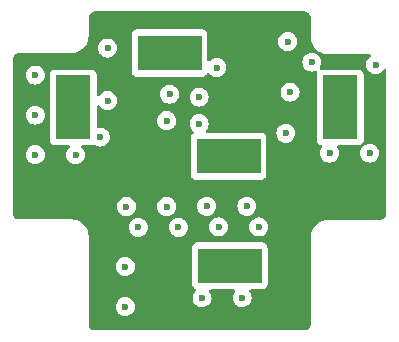
<source format=gbr>
%TF.GenerationSoftware,KiCad,Pcbnew,8.0.7*%
%TF.CreationDate,2025-04-20T01:00:06-04:00*%
%TF.ProjectId,2M_3F,324d5f33-462e-46b6-9963-61645f706362,rev?*%
%TF.SameCoordinates,Original*%
%TF.FileFunction,Copper,L2,Inr*%
%TF.FilePolarity,Positive*%
%FSLAX46Y46*%
G04 Gerber Fmt 4.6, Leading zero omitted, Abs format (unit mm)*
G04 Created by KiCad (PCBNEW 8.0.7) date 2025-04-20 01:00:06*
%MOMM*%
%LPD*%
G01*
G04 APERTURE LIST*
%TA.AperFunction,ComponentPad*%
%ADD10R,3.000000X5.400000*%
%TD*%
%TA.AperFunction,ComponentPad*%
%ADD11R,5.400000X3.000000*%
%TD*%
%TA.AperFunction,ViaPad*%
%ADD12C,0.600000*%
%TD*%
G04 APERTURE END LIST*
D10*
%TO.N,Net-(J1-Pin_1)*%
%TO.C,J1*%
X97344600Y-47653300D03*
D11*
%TO.N,GND*%
X102844600Y-47040800D03*
%TD*%
D10*
%TO.N,Net-(J1-Pin_1)*%
%TO.C,J4*%
X97250000Y-38375000D03*
D11*
%TO.N,GND*%
X102750000Y-37762500D03*
%TD*%
%TO.N,Net-(J1-Pin_1)*%
%TO.C,J3*%
X111587500Y-40125000D03*
D10*
%TO.N,GND*%
X112200000Y-33625000D03*
%TD*%
%TO.N,Net-(J1-Pin_1)*%
%TO.C,J5*%
X104250000Y-29637500D03*
D11*
%TO.N,GND*%
X97750000Y-29025000D03*
%TD*%
%TO.N,Net-(J1-Pin_1)*%
%TO.C,J2*%
X89000000Y-40125000D03*
D10*
%TO.N,GND*%
X89612500Y-33625000D03*
%TD*%
D12*
%TO.N,GND*%
X95100000Y-43775000D03*
X115200000Y-30000000D03*
X91887500Y-36137500D03*
X109800000Y-29800000D03*
X105300000Y-43750000D03*
X89787500Y-37637500D03*
X86387500Y-34287500D03*
X97500000Y-42025000D03*
X100250000Y-32750000D03*
X100900000Y-42000000D03*
X103900000Y-49750000D03*
X104300000Y-42000000D03*
X86387500Y-37637500D03*
X114700000Y-37500000D03*
X92500000Y-28600000D03*
X94100000Y-42025000D03*
X107750000Y-28050000D03*
X98500000Y-43775000D03*
X92500000Y-33050000D03*
X97500000Y-34750000D03*
X111300000Y-37500000D03*
X94000000Y-50500000D03*
X100250000Y-35000000D03*
X107950000Y-32325000D03*
X100500000Y-49750000D03*
X86387500Y-30887500D03*
X107600000Y-35825000D03*
X101900000Y-43750000D03*
X101750000Y-30250000D03*
X97750000Y-32500000D03*
X94000000Y-47100000D03*
%TO.N,Net-(J1-Pin_1)*%
X107800000Y-30625000D03*
X95800000Y-42025000D03*
X105600000Y-49750000D03*
X113000000Y-29800000D03*
X101750000Y-28550000D03*
X107600000Y-38025000D03*
X102500000Y-35000000D03*
X88087500Y-37637500D03*
X95250000Y-32250000D03*
X86387500Y-35987500D03*
X105350000Y-35000000D03*
X95000000Y-34750000D03*
X91487500Y-37637500D03*
X102600000Y-42000000D03*
X106000000Y-42000000D03*
X99200000Y-42025000D03*
X107750000Y-26350000D03*
X100200000Y-43775000D03*
X107600000Y-34225000D03*
X92500000Y-26900000D03*
X101950000Y-32750000D03*
X86387500Y-32587500D03*
X113000000Y-37500000D03*
X91887500Y-34437500D03*
X103600000Y-43750000D03*
X109600000Y-37500000D03*
X107450000Y-40250000D03*
X94000000Y-45400000D03*
X94000000Y-48800000D03*
X115200000Y-42000000D03*
X114950000Y-34500000D03*
X102200000Y-49750000D03*
X92500000Y-31350000D03*
X96800000Y-43775000D03*
%TD*%
%TA.AperFunction,Conductor*%
%TO.N,Net-(J1-Pin_1)*%
G36*
X109206922Y-25501280D02*
G01*
X109297266Y-25511459D01*
X109324331Y-25517636D01*
X109403540Y-25545352D01*
X109428553Y-25557398D01*
X109499606Y-25602043D01*
X109521313Y-25619355D01*
X109580644Y-25678686D01*
X109597957Y-25700395D01*
X109642600Y-25771444D01*
X109654648Y-25796462D01*
X109682362Y-25875666D01*
X109688540Y-25902735D01*
X109698720Y-25993076D01*
X109699500Y-26006961D01*
X109699500Y-27732317D01*
X109730044Y-27944764D01*
X109730047Y-27944774D01*
X109790517Y-28150715D01*
X109879672Y-28345938D01*
X109879679Y-28345951D01*
X109995720Y-28526514D01*
X110136275Y-28688724D01*
X110236753Y-28775788D01*
X110298487Y-28829281D01*
X110414831Y-28904050D01*
X110479048Y-28945320D01*
X110479061Y-28945327D01*
X110674284Y-29034482D01*
X110674288Y-29034483D01*
X110674290Y-29034484D01*
X110880231Y-29094954D01*
X110880232Y-29094954D01*
X110880235Y-29094955D01*
X110943584Y-29104062D01*
X111092682Y-29125500D01*
X111134108Y-29125500D01*
X114656737Y-29125500D01*
X114723776Y-29145185D01*
X114769531Y-29197989D01*
X114779475Y-29267147D01*
X114750450Y-29330703D01*
X114722710Y-29354492D01*
X114714023Y-29359951D01*
X114697737Y-29370184D01*
X114570184Y-29497737D01*
X114474211Y-29650476D01*
X114414631Y-29820745D01*
X114414630Y-29820750D01*
X114394435Y-29999996D01*
X114394435Y-30000003D01*
X114414630Y-30179249D01*
X114414631Y-30179254D01*
X114474211Y-30349523D01*
X114524662Y-30429815D01*
X114570184Y-30502262D01*
X114697738Y-30629816D01*
X114850478Y-30725789D01*
X114966841Y-30766506D01*
X115020745Y-30785368D01*
X115020750Y-30785369D01*
X115199996Y-30805565D01*
X115200000Y-30805565D01*
X115200004Y-30805565D01*
X115379249Y-30785369D01*
X115379252Y-30785368D01*
X115379255Y-30785368D01*
X115549522Y-30725789D01*
X115702262Y-30629816D01*
X115829816Y-30502262D01*
X115870506Y-30437503D01*
X115922841Y-30391213D01*
X115991894Y-30380565D01*
X116055743Y-30408940D01*
X116094115Y-30467330D01*
X116099500Y-30503476D01*
X116099500Y-42618038D01*
X116098720Y-42631923D01*
X116088540Y-42722264D01*
X116082362Y-42749333D01*
X116054648Y-42828537D01*
X116042600Y-42853555D01*
X115997957Y-42924604D01*
X115980644Y-42946313D01*
X115921313Y-43005644D01*
X115899604Y-43022957D01*
X115828555Y-43067600D01*
X115803537Y-43079648D01*
X115724333Y-43107362D01*
X115697264Y-43113540D01*
X115617075Y-43122576D01*
X115606921Y-43123720D01*
X115593038Y-43124500D01*
X111092682Y-43124500D01*
X110880235Y-43155044D01*
X110880225Y-43155047D01*
X110674284Y-43215517D01*
X110479061Y-43304672D01*
X110479048Y-43304679D01*
X110298485Y-43420720D01*
X110136275Y-43561275D01*
X109995720Y-43723485D01*
X109879679Y-43904048D01*
X109879672Y-43904061D01*
X109790517Y-44099284D01*
X109730047Y-44305225D01*
X109730044Y-44305235D01*
X109699500Y-44517682D01*
X109699500Y-51993038D01*
X109698720Y-52006923D01*
X109688540Y-52097264D01*
X109682362Y-52124333D01*
X109654648Y-52203537D01*
X109642600Y-52228555D01*
X109597957Y-52299604D01*
X109580644Y-52321313D01*
X109521313Y-52380644D01*
X109499604Y-52397957D01*
X109428555Y-52442600D01*
X109403537Y-52454648D01*
X109324333Y-52482362D01*
X109297264Y-52488540D01*
X109217075Y-52497576D01*
X109206921Y-52498720D01*
X109193038Y-52499500D01*
X91406962Y-52499500D01*
X91393078Y-52498720D01*
X91380553Y-52497308D01*
X91302735Y-52488540D01*
X91275666Y-52482362D01*
X91196462Y-52454648D01*
X91171444Y-52442600D01*
X91100395Y-52397957D01*
X91078686Y-52380644D01*
X91019355Y-52321313D01*
X91002042Y-52299604D01*
X90957399Y-52228555D01*
X90945351Y-52203537D01*
X90917637Y-52124333D01*
X90911459Y-52097263D01*
X90901280Y-52006922D01*
X90900500Y-51993038D01*
X90900500Y-50499996D01*
X93194435Y-50499996D01*
X93194435Y-50500003D01*
X93214630Y-50679249D01*
X93214631Y-50679254D01*
X93274211Y-50849523D01*
X93370184Y-51002262D01*
X93497738Y-51129816D01*
X93650478Y-51225789D01*
X93820745Y-51285368D01*
X93820750Y-51285369D01*
X93999996Y-51305565D01*
X94000000Y-51305565D01*
X94000004Y-51305565D01*
X94179249Y-51285369D01*
X94179252Y-51285368D01*
X94179255Y-51285368D01*
X94349522Y-51225789D01*
X94502262Y-51129816D01*
X94629816Y-51002262D01*
X94725789Y-50849522D01*
X94785368Y-50679255D01*
X94785369Y-50679249D01*
X94805565Y-50500003D01*
X94805565Y-50499996D01*
X94785369Y-50320750D01*
X94785368Y-50320745D01*
X94725788Y-50150476D01*
X94629815Y-49997737D01*
X94502262Y-49870184D01*
X94349523Y-49774211D01*
X94179254Y-49714631D01*
X94179249Y-49714630D01*
X94000004Y-49694435D01*
X93999996Y-49694435D01*
X93820750Y-49714630D01*
X93820745Y-49714631D01*
X93650476Y-49774211D01*
X93497737Y-49870184D01*
X93370184Y-49997737D01*
X93274211Y-50150476D01*
X93214631Y-50320745D01*
X93214630Y-50320750D01*
X93194435Y-50499996D01*
X90900500Y-50499996D01*
X90900500Y-47099996D01*
X93194435Y-47099996D01*
X93194435Y-47100003D01*
X93214630Y-47279249D01*
X93214631Y-47279254D01*
X93274211Y-47449523D01*
X93370184Y-47602262D01*
X93497738Y-47729816D01*
X93650478Y-47825789D01*
X93820745Y-47885368D01*
X93820750Y-47885369D01*
X93999996Y-47905565D01*
X94000000Y-47905565D01*
X94000004Y-47905565D01*
X94179249Y-47885369D01*
X94179252Y-47885368D01*
X94179255Y-47885368D01*
X94349522Y-47825789D01*
X94502262Y-47729816D01*
X94629816Y-47602262D01*
X94725789Y-47449522D01*
X94785368Y-47279255D01*
X94805565Y-47100000D01*
X94785368Y-46920745D01*
X94725789Y-46750478D01*
X94629816Y-46597738D01*
X94502262Y-46470184D01*
X94349523Y-46374211D01*
X94179254Y-46314631D01*
X94179249Y-46314630D01*
X94000004Y-46294435D01*
X93999996Y-46294435D01*
X93820750Y-46314630D01*
X93820745Y-46314631D01*
X93650476Y-46374211D01*
X93497737Y-46470184D01*
X93370184Y-46597737D01*
X93274211Y-46750476D01*
X93214631Y-46920745D01*
X93214630Y-46920750D01*
X93194435Y-47099996D01*
X90900500Y-47099996D01*
X90900500Y-45492935D01*
X99644100Y-45492935D01*
X99644100Y-48588670D01*
X99644101Y-48588676D01*
X99650508Y-48648283D01*
X99700802Y-48783128D01*
X99700806Y-48783135D01*
X99787052Y-48898344D01*
X99787055Y-48898347D01*
X99902262Y-48984592D01*
X99906332Y-48986814D01*
X99955740Y-49036217D01*
X99970594Y-49104490D01*
X99946180Y-49169955D01*
X99934592Y-49183330D01*
X99870183Y-49247739D01*
X99774211Y-49400476D01*
X99714631Y-49570745D01*
X99714630Y-49570750D01*
X99694435Y-49749996D01*
X99694435Y-49750003D01*
X99714630Y-49929249D01*
X99714631Y-49929254D01*
X99774211Y-50099523D01*
X99870184Y-50252262D01*
X99997738Y-50379816D01*
X100150478Y-50475789D01*
X100219678Y-50500003D01*
X100320745Y-50535368D01*
X100320750Y-50535369D01*
X100499996Y-50555565D01*
X100500000Y-50555565D01*
X100500004Y-50555565D01*
X100679249Y-50535369D01*
X100679252Y-50535368D01*
X100679255Y-50535368D01*
X100849522Y-50475789D01*
X101002262Y-50379816D01*
X101129816Y-50252262D01*
X101225789Y-50099522D01*
X101285368Y-49929255D01*
X101305565Y-49750000D01*
X101299304Y-49694435D01*
X101285369Y-49570750D01*
X101285368Y-49570745D01*
X101225788Y-49400476D01*
X101129816Y-49247738D01*
X101125727Y-49242611D01*
X101099319Y-49177924D01*
X101112076Y-49109229D01*
X101159947Y-49058336D01*
X101222675Y-49041299D01*
X103177325Y-49041299D01*
X103244364Y-49060984D01*
X103290119Y-49113788D01*
X103300063Y-49182946D01*
X103274273Y-49242611D01*
X103270183Y-49247738D01*
X103174211Y-49400476D01*
X103114631Y-49570745D01*
X103114630Y-49570750D01*
X103094435Y-49749996D01*
X103094435Y-49750003D01*
X103114630Y-49929249D01*
X103114631Y-49929254D01*
X103174211Y-50099523D01*
X103270184Y-50252262D01*
X103397738Y-50379816D01*
X103550478Y-50475789D01*
X103619678Y-50500003D01*
X103720745Y-50535368D01*
X103720750Y-50535369D01*
X103899996Y-50555565D01*
X103900000Y-50555565D01*
X103900004Y-50555565D01*
X104079249Y-50535369D01*
X104079252Y-50535368D01*
X104079255Y-50535368D01*
X104249522Y-50475789D01*
X104402262Y-50379816D01*
X104529816Y-50252262D01*
X104625789Y-50099522D01*
X104685368Y-49929255D01*
X104705565Y-49750000D01*
X104699304Y-49694435D01*
X104685369Y-49570750D01*
X104685368Y-49570745D01*
X104625788Y-49400476D01*
X104529816Y-49247738D01*
X104525727Y-49242611D01*
X104499319Y-49177924D01*
X104512076Y-49109229D01*
X104559947Y-49058336D01*
X104622675Y-49041299D01*
X105592471Y-49041299D01*
X105592472Y-49041299D01*
X105652083Y-49034891D01*
X105786931Y-48984596D01*
X105902146Y-48898346D01*
X105988396Y-48783131D01*
X106038691Y-48648283D01*
X106045100Y-48588673D01*
X106045099Y-45492928D01*
X106038691Y-45433317D01*
X105988396Y-45298469D01*
X105988395Y-45298468D01*
X105988393Y-45298464D01*
X105902147Y-45183255D01*
X105902144Y-45183252D01*
X105786935Y-45097006D01*
X105786928Y-45097002D01*
X105652082Y-45046708D01*
X105652083Y-45046708D01*
X105592483Y-45040301D01*
X105592481Y-45040300D01*
X105592473Y-45040300D01*
X105592464Y-45040300D01*
X100096729Y-45040300D01*
X100096723Y-45040301D01*
X100037116Y-45046708D01*
X99902271Y-45097002D01*
X99902264Y-45097006D01*
X99787055Y-45183252D01*
X99787052Y-45183255D01*
X99700806Y-45298464D01*
X99700802Y-45298471D01*
X99650508Y-45433317D01*
X99644101Y-45492916D01*
X99644101Y-45492923D01*
X99644100Y-45492935D01*
X90900500Y-45492935D01*
X90900500Y-44492683D01*
X90900500Y-44492682D01*
X90873549Y-44305235D01*
X90869955Y-44280235D01*
X90869952Y-44280225D01*
X90861742Y-44252262D01*
X90809484Y-44074290D01*
X90809483Y-44074288D01*
X90809482Y-44074284D01*
X90720327Y-43879061D01*
X90720320Y-43879048D01*
X90672270Y-43804281D01*
X90653450Y-43774996D01*
X94294435Y-43774996D01*
X94294435Y-43775003D01*
X94314630Y-43954249D01*
X94314631Y-43954254D01*
X94374211Y-44124523D01*
X94443299Y-44234475D01*
X94470184Y-44277262D01*
X94597738Y-44404816D01*
X94688080Y-44461582D01*
X94737575Y-44492682D01*
X94750478Y-44500789D01*
X94849299Y-44535368D01*
X94920745Y-44560368D01*
X94920750Y-44560369D01*
X95099996Y-44580565D01*
X95100000Y-44580565D01*
X95100004Y-44580565D01*
X95279249Y-44560369D01*
X95279252Y-44560368D01*
X95279255Y-44560368D01*
X95449522Y-44500789D01*
X95602262Y-44404816D01*
X95729816Y-44277262D01*
X95825789Y-44124522D01*
X95885368Y-43954255D01*
X95888185Y-43929254D01*
X95905565Y-43775003D01*
X95905565Y-43774996D01*
X97694435Y-43774996D01*
X97694435Y-43775003D01*
X97714630Y-43954249D01*
X97714631Y-43954254D01*
X97774211Y-44124523D01*
X97843299Y-44234475D01*
X97870184Y-44277262D01*
X97997738Y-44404816D01*
X98088080Y-44461582D01*
X98137575Y-44492682D01*
X98150478Y-44500789D01*
X98249299Y-44535368D01*
X98320745Y-44560368D01*
X98320750Y-44560369D01*
X98499996Y-44580565D01*
X98500000Y-44580565D01*
X98500004Y-44580565D01*
X98679249Y-44560369D01*
X98679252Y-44560368D01*
X98679255Y-44560368D01*
X98849522Y-44500789D01*
X99002262Y-44404816D01*
X99129816Y-44277262D01*
X99225789Y-44124522D01*
X99285368Y-43954255D01*
X99288185Y-43929254D01*
X99305565Y-43775003D01*
X99305565Y-43774996D01*
X99302748Y-43749996D01*
X101094435Y-43749996D01*
X101094435Y-43750003D01*
X101114630Y-43929249D01*
X101114631Y-43929254D01*
X101174211Y-44099523D01*
X101243299Y-44209475D01*
X101270184Y-44252262D01*
X101397738Y-44379816D01*
X101550478Y-44475789D01*
X101717144Y-44534108D01*
X101720745Y-44535368D01*
X101720750Y-44535369D01*
X101899996Y-44555565D01*
X101900000Y-44555565D01*
X101900004Y-44555565D01*
X102079249Y-44535369D01*
X102079252Y-44535368D01*
X102079255Y-44535368D01*
X102249522Y-44475789D01*
X102402262Y-44379816D01*
X102529816Y-44252262D01*
X102625789Y-44099522D01*
X102685368Y-43929255D01*
X102688208Y-43904048D01*
X102705565Y-43750003D01*
X102705565Y-43749996D01*
X104494435Y-43749996D01*
X104494435Y-43750003D01*
X104514630Y-43929249D01*
X104514631Y-43929254D01*
X104574211Y-44099523D01*
X104643299Y-44209475D01*
X104670184Y-44252262D01*
X104797738Y-44379816D01*
X104950478Y-44475789D01*
X105117144Y-44534108D01*
X105120745Y-44535368D01*
X105120750Y-44535369D01*
X105299996Y-44555565D01*
X105300000Y-44555565D01*
X105300004Y-44555565D01*
X105479249Y-44535369D01*
X105479252Y-44535368D01*
X105479255Y-44535368D01*
X105649522Y-44475789D01*
X105802262Y-44379816D01*
X105929816Y-44252262D01*
X106025789Y-44099522D01*
X106085368Y-43929255D01*
X106088208Y-43904048D01*
X106105565Y-43750003D01*
X106105565Y-43749996D01*
X106085369Y-43570750D01*
X106085368Y-43570745D01*
X106073306Y-43536275D01*
X106025789Y-43400478D01*
X106022799Y-43395720D01*
X105949881Y-43279672D01*
X105929816Y-43247738D01*
X105802262Y-43120184D01*
X105742069Y-43082362D01*
X105649523Y-43024211D01*
X105479254Y-42964631D01*
X105479249Y-42964630D01*
X105300004Y-42944435D01*
X105299996Y-42944435D01*
X105120750Y-42964630D01*
X105120745Y-42964631D01*
X104950476Y-43024211D01*
X104797737Y-43120184D01*
X104670184Y-43247737D01*
X104574211Y-43400476D01*
X104514631Y-43570745D01*
X104514630Y-43570750D01*
X104494435Y-43749996D01*
X102705565Y-43749996D01*
X102685369Y-43570750D01*
X102685368Y-43570745D01*
X102673306Y-43536275D01*
X102625789Y-43400478D01*
X102622799Y-43395720D01*
X102549881Y-43279672D01*
X102529816Y-43247738D01*
X102402262Y-43120184D01*
X102342069Y-43082362D01*
X102249523Y-43024211D01*
X102079254Y-42964631D01*
X102079249Y-42964630D01*
X101900004Y-42944435D01*
X101899996Y-42944435D01*
X101720750Y-42964630D01*
X101720745Y-42964631D01*
X101550476Y-43024211D01*
X101397737Y-43120184D01*
X101270184Y-43247737D01*
X101174211Y-43400476D01*
X101114631Y-43570745D01*
X101114630Y-43570750D01*
X101094435Y-43749996D01*
X99302748Y-43749996D01*
X99285369Y-43595750D01*
X99285368Y-43595745D01*
X99264559Y-43536276D01*
X99225789Y-43425478D01*
X99222799Y-43420720D01*
X99175818Y-43345950D01*
X99129816Y-43272738D01*
X99002262Y-43145184D01*
X98978167Y-43130044D01*
X98849523Y-43049211D01*
X98679254Y-42989631D01*
X98679249Y-42989630D01*
X98500004Y-42969435D01*
X98499996Y-42969435D01*
X98320750Y-42989630D01*
X98320745Y-42989631D01*
X98150476Y-43049211D01*
X97997737Y-43145184D01*
X97870184Y-43272737D01*
X97774211Y-43425476D01*
X97714631Y-43595745D01*
X97714630Y-43595750D01*
X97694435Y-43774996D01*
X95905565Y-43774996D01*
X95885369Y-43595750D01*
X95885368Y-43595745D01*
X95864559Y-43536276D01*
X95825789Y-43425478D01*
X95822799Y-43420720D01*
X95775818Y-43345950D01*
X95729816Y-43272738D01*
X95602262Y-43145184D01*
X95578167Y-43130044D01*
X95449523Y-43049211D01*
X95279254Y-42989631D01*
X95279249Y-42989630D01*
X95100004Y-42969435D01*
X95099996Y-42969435D01*
X94920750Y-42989630D01*
X94920745Y-42989631D01*
X94750476Y-43049211D01*
X94597737Y-43145184D01*
X94470184Y-43272737D01*
X94374211Y-43425476D01*
X94314631Y-43595745D01*
X94314630Y-43595750D01*
X94294435Y-43774996D01*
X90653450Y-43774996D01*
X90604281Y-43698487D01*
X90515259Y-43595750D01*
X90463724Y-43536275D01*
X90301514Y-43395720D01*
X90301513Y-43395719D01*
X90236991Y-43354253D01*
X90120951Y-43279679D01*
X90120938Y-43279672D01*
X89925715Y-43190517D01*
X89719774Y-43130047D01*
X89719764Y-43130044D01*
X89528754Y-43102582D01*
X89507318Y-43099500D01*
X89507317Y-43099500D01*
X85006962Y-43099500D01*
X84993078Y-43098720D01*
X84980553Y-43097308D01*
X84902735Y-43088540D01*
X84875666Y-43082362D01*
X84796462Y-43054648D01*
X84771444Y-43042600D01*
X84700395Y-42997957D01*
X84678686Y-42980644D01*
X84619355Y-42921313D01*
X84602042Y-42899604D01*
X84565674Y-42841725D01*
X84557398Y-42828553D01*
X84545351Y-42803537D01*
X84521771Y-42736149D01*
X84517636Y-42724331D01*
X84511459Y-42697263D01*
X84506676Y-42654816D01*
X84501280Y-42606922D01*
X84500500Y-42593038D01*
X84500500Y-42024996D01*
X93294435Y-42024996D01*
X93294435Y-42025003D01*
X93314630Y-42204249D01*
X93314631Y-42204254D01*
X93374211Y-42374523D01*
X93454475Y-42502262D01*
X93470184Y-42527262D01*
X93597738Y-42654816D01*
X93665292Y-42697263D01*
X93748160Y-42749333D01*
X93750478Y-42750789D01*
X93849299Y-42785368D01*
X93920745Y-42810368D01*
X93920750Y-42810369D01*
X94099996Y-42830565D01*
X94100000Y-42830565D01*
X94100004Y-42830565D01*
X94279249Y-42810369D01*
X94279252Y-42810368D01*
X94279255Y-42810368D01*
X94449522Y-42750789D01*
X94602262Y-42654816D01*
X94729816Y-42527262D01*
X94825789Y-42374522D01*
X94885368Y-42204255D01*
X94888185Y-42179254D01*
X94905565Y-42025003D01*
X94905565Y-42024996D01*
X96694435Y-42024996D01*
X96694435Y-42025003D01*
X96714630Y-42204249D01*
X96714631Y-42204254D01*
X96774211Y-42374523D01*
X96854475Y-42502262D01*
X96870184Y-42527262D01*
X96997738Y-42654816D01*
X97065292Y-42697263D01*
X97148160Y-42749333D01*
X97150478Y-42750789D01*
X97249299Y-42785368D01*
X97320745Y-42810368D01*
X97320750Y-42810369D01*
X97499996Y-42830565D01*
X97500000Y-42830565D01*
X97500004Y-42830565D01*
X97679249Y-42810369D01*
X97679252Y-42810368D01*
X97679255Y-42810368D01*
X97849522Y-42750789D01*
X98002262Y-42654816D01*
X98129816Y-42527262D01*
X98225789Y-42374522D01*
X98285368Y-42204255D01*
X98288185Y-42179254D01*
X98305565Y-42025003D01*
X98305565Y-42024996D01*
X98302748Y-41999996D01*
X100094435Y-41999996D01*
X100094435Y-42000003D01*
X100114630Y-42179249D01*
X100114631Y-42179254D01*
X100174211Y-42349523D01*
X100189920Y-42374523D01*
X100270184Y-42502262D01*
X100397738Y-42629816D01*
X100488080Y-42686582D01*
X100548160Y-42724333D01*
X100550478Y-42725789D01*
X100621924Y-42750789D01*
X100720745Y-42785368D01*
X100720750Y-42785369D01*
X100899996Y-42805565D01*
X100900000Y-42805565D01*
X100900004Y-42805565D01*
X101079249Y-42785369D01*
X101079252Y-42785368D01*
X101079255Y-42785368D01*
X101249522Y-42725789D01*
X101402262Y-42629816D01*
X101529816Y-42502262D01*
X101625789Y-42349522D01*
X101685368Y-42179255D01*
X101702748Y-42025003D01*
X101705565Y-42000003D01*
X101705565Y-41999996D01*
X103494435Y-41999996D01*
X103494435Y-42000003D01*
X103514630Y-42179249D01*
X103514631Y-42179254D01*
X103574211Y-42349523D01*
X103589920Y-42374523D01*
X103670184Y-42502262D01*
X103797738Y-42629816D01*
X103888080Y-42686582D01*
X103948160Y-42724333D01*
X103950478Y-42725789D01*
X104021924Y-42750789D01*
X104120745Y-42785368D01*
X104120750Y-42785369D01*
X104299996Y-42805565D01*
X104300000Y-42805565D01*
X104300004Y-42805565D01*
X104479249Y-42785369D01*
X104479252Y-42785368D01*
X104479255Y-42785368D01*
X104649522Y-42725789D01*
X104802262Y-42629816D01*
X104929816Y-42502262D01*
X105025789Y-42349522D01*
X105085368Y-42179255D01*
X105102748Y-42025003D01*
X105105565Y-42000003D01*
X105105565Y-41999996D01*
X105085369Y-41820750D01*
X105085368Y-41820745D01*
X105025788Y-41650476D01*
X104986582Y-41588080D01*
X104929816Y-41497738D01*
X104802262Y-41370184D01*
X104649523Y-41274211D01*
X104479254Y-41214631D01*
X104479249Y-41214630D01*
X104300004Y-41194435D01*
X104299996Y-41194435D01*
X104120750Y-41214630D01*
X104120745Y-41214631D01*
X103950476Y-41274211D01*
X103797737Y-41370184D01*
X103670184Y-41497737D01*
X103574211Y-41650476D01*
X103514631Y-41820745D01*
X103514630Y-41820750D01*
X103494435Y-41999996D01*
X101705565Y-41999996D01*
X101685369Y-41820750D01*
X101685368Y-41820745D01*
X101625788Y-41650476D01*
X101586582Y-41588080D01*
X101529816Y-41497738D01*
X101402262Y-41370184D01*
X101249523Y-41274211D01*
X101079254Y-41214631D01*
X101079249Y-41214630D01*
X100900004Y-41194435D01*
X100899996Y-41194435D01*
X100720750Y-41214630D01*
X100720745Y-41214631D01*
X100550476Y-41274211D01*
X100397737Y-41370184D01*
X100270184Y-41497737D01*
X100174211Y-41650476D01*
X100114631Y-41820745D01*
X100114630Y-41820750D01*
X100094435Y-41999996D01*
X98302748Y-41999996D01*
X98285369Y-41845750D01*
X98285368Y-41845745D01*
X98225788Y-41675476D01*
X98129815Y-41522737D01*
X98002262Y-41395184D01*
X97849523Y-41299211D01*
X97679254Y-41239631D01*
X97679249Y-41239630D01*
X97500004Y-41219435D01*
X97499996Y-41219435D01*
X97320750Y-41239630D01*
X97320745Y-41239631D01*
X97150476Y-41299211D01*
X96997737Y-41395184D01*
X96870184Y-41522737D01*
X96774211Y-41675476D01*
X96714631Y-41845745D01*
X96714630Y-41845750D01*
X96694435Y-42024996D01*
X94905565Y-42024996D01*
X94885369Y-41845750D01*
X94885368Y-41845745D01*
X94825788Y-41675476D01*
X94729815Y-41522737D01*
X94602262Y-41395184D01*
X94449523Y-41299211D01*
X94279254Y-41239631D01*
X94279249Y-41239630D01*
X94100004Y-41219435D01*
X94099996Y-41219435D01*
X93920750Y-41239630D01*
X93920745Y-41239631D01*
X93750476Y-41299211D01*
X93597737Y-41395184D01*
X93470184Y-41522737D01*
X93374211Y-41675476D01*
X93314631Y-41845745D01*
X93314630Y-41845750D01*
X93294435Y-42024996D01*
X84500500Y-42024996D01*
X84500500Y-37637496D01*
X85581935Y-37637496D01*
X85581935Y-37637503D01*
X85602130Y-37816749D01*
X85602131Y-37816754D01*
X85661711Y-37987023D01*
X85757684Y-38139762D01*
X85885238Y-38267316D01*
X86037978Y-38363289D01*
X86208245Y-38422868D01*
X86208250Y-38422869D01*
X86387496Y-38443065D01*
X86387500Y-38443065D01*
X86387504Y-38443065D01*
X86566749Y-38422869D01*
X86566752Y-38422868D01*
X86566755Y-38422868D01*
X86737022Y-38363289D01*
X86889762Y-38267316D01*
X87017316Y-38139762D01*
X87113289Y-37987022D01*
X87172868Y-37816755D01*
X87172869Y-37816749D01*
X87193065Y-37637503D01*
X87193065Y-37637496D01*
X87172869Y-37458250D01*
X87172868Y-37458245D01*
X87124756Y-37320750D01*
X87113289Y-37287978D01*
X87017316Y-37135238D01*
X86889762Y-37007684D01*
X86873933Y-36997738D01*
X86737023Y-36911711D01*
X86566754Y-36852131D01*
X86566749Y-36852130D01*
X86387504Y-36831935D01*
X86387496Y-36831935D01*
X86208250Y-36852130D01*
X86208245Y-36852131D01*
X86037976Y-36911711D01*
X85885237Y-37007684D01*
X85757684Y-37135237D01*
X85661711Y-37287976D01*
X85602131Y-37458245D01*
X85602130Y-37458250D01*
X85581935Y-37637496D01*
X84500500Y-37637496D01*
X84500500Y-34287496D01*
X85581935Y-34287496D01*
X85581935Y-34287503D01*
X85602130Y-34466749D01*
X85602131Y-34466754D01*
X85661711Y-34637023D01*
X85732697Y-34749996D01*
X85757684Y-34789762D01*
X85885238Y-34917316D01*
X85904239Y-34929255D01*
X86016828Y-35000000D01*
X86037978Y-35013289D01*
X86113262Y-35039632D01*
X86208245Y-35072868D01*
X86208250Y-35072869D01*
X86387496Y-35093065D01*
X86387500Y-35093065D01*
X86387504Y-35093065D01*
X86566749Y-35072869D01*
X86566752Y-35072868D01*
X86566755Y-35072868D01*
X86737022Y-35013289D01*
X86889762Y-34917316D01*
X87017316Y-34789762D01*
X87113289Y-34637022D01*
X87172868Y-34466755D01*
X87193065Y-34287500D01*
X87182579Y-34194435D01*
X87172869Y-34108250D01*
X87172868Y-34108245D01*
X87143463Y-34024211D01*
X87113289Y-33937978D01*
X87017316Y-33785238D01*
X86889762Y-33657684D01*
X86737023Y-33561711D01*
X86566754Y-33502131D01*
X86566749Y-33502130D01*
X86387504Y-33481935D01*
X86387496Y-33481935D01*
X86208250Y-33502130D01*
X86208245Y-33502131D01*
X86037976Y-33561711D01*
X85885237Y-33657684D01*
X85757684Y-33785237D01*
X85661711Y-33937976D01*
X85602131Y-34108245D01*
X85602130Y-34108250D01*
X85581935Y-34287496D01*
X84500500Y-34287496D01*
X84500500Y-30887496D01*
X85581935Y-30887496D01*
X85581935Y-30887503D01*
X85602130Y-31066749D01*
X85602131Y-31066754D01*
X85661711Y-31237023D01*
X85757684Y-31389762D01*
X85885238Y-31517316D01*
X86037978Y-31613289D01*
X86208245Y-31672868D01*
X86208250Y-31672869D01*
X86387496Y-31693065D01*
X86387500Y-31693065D01*
X86387504Y-31693065D01*
X86566749Y-31672869D01*
X86566752Y-31672868D01*
X86566755Y-31672868D01*
X86737022Y-31613289D01*
X86889762Y-31517316D01*
X87017316Y-31389762D01*
X87113289Y-31237022D01*
X87172868Y-31066755D01*
X87174129Y-31055565D01*
X87193065Y-30887503D01*
X87193065Y-30887496D01*
X87191898Y-30877135D01*
X87612000Y-30877135D01*
X87612000Y-36372870D01*
X87612001Y-36372876D01*
X87618408Y-36432483D01*
X87668702Y-36567328D01*
X87668706Y-36567335D01*
X87754952Y-36682544D01*
X87754955Y-36682547D01*
X87870164Y-36768793D01*
X87870171Y-36768797D01*
X88005017Y-36819091D01*
X88005016Y-36819091D01*
X88011944Y-36819835D01*
X88064627Y-36825500D01*
X89168062Y-36825499D01*
X89235099Y-36845184D01*
X89280854Y-36897987D01*
X89290798Y-36967146D01*
X89261773Y-37030702D01*
X89255742Y-37037180D01*
X89157683Y-37135239D01*
X89061711Y-37287976D01*
X89002131Y-37458245D01*
X89002130Y-37458250D01*
X88981935Y-37637496D01*
X88981935Y-37637503D01*
X89002130Y-37816749D01*
X89002131Y-37816754D01*
X89061711Y-37987023D01*
X89157684Y-38139762D01*
X89285238Y-38267316D01*
X89437978Y-38363289D01*
X89608245Y-38422868D01*
X89608250Y-38422869D01*
X89787496Y-38443065D01*
X89787500Y-38443065D01*
X89787504Y-38443065D01*
X89966749Y-38422869D01*
X89966752Y-38422868D01*
X89966755Y-38422868D01*
X90137022Y-38363289D01*
X90289762Y-38267316D01*
X90417316Y-38139762D01*
X90513289Y-37987022D01*
X90572868Y-37816755D01*
X90572869Y-37816749D01*
X90593065Y-37637503D01*
X90593065Y-37637496D01*
X90572869Y-37458250D01*
X90572868Y-37458245D01*
X90524756Y-37320750D01*
X90513289Y-37287978D01*
X90417316Y-37135238D01*
X90319258Y-37037180D01*
X90285773Y-36975857D01*
X90290757Y-36906165D01*
X90332629Y-36850232D01*
X90398093Y-36825815D01*
X90406932Y-36825499D01*
X91160372Y-36825499D01*
X91219983Y-36819091D01*
X91317973Y-36782542D01*
X91387663Y-36777559D01*
X91427277Y-36793731D01*
X91521375Y-36852857D01*
X91537978Y-36863289D01*
X91660511Y-36906165D01*
X91708245Y-36922868D01*
X91708250Y-36922869D01*
X91887496Y-36943065D01*
X91887500Y-36943065D01*
X91887504Y-36943065D01*
X92066749Y-36922869D01*
X92066752Y-36922868D01*
X92066755Y-36922868D01*
X92237022Y-36863289D01*
X92389762Y-36767316D01*
X92517316Y-36639762D01*
X92613289Y-36487022D01*
X92672868Y-36316755D01*
X92684375Y-36214627D01*
X92693065Y-36137503D01*
X92693065Y-36137496D01*
X92672869Y-35958250D01*
X92672868Y-35958245D01*
X92654220Y-35904952D01*
X92613289Y-35787978D01*
X92600992Y-35768408D01*
X92523918Y-35645745D01*
X92517316Y-35635238D01*
X92389762Y-35507684D01*
X92381133Y-35502262D01*
X92237023Y-35411711D01*
X92066754Y-35352131D01*
X92066749Y-35352130D01*
X91887504Y-35331935D01*
X91887496Y-35331935D01*
X91750882Y-35347327D01*
X91682060Y-35335272D01*
X91630681Y-35287923D01*
X91612999Y-35224107D01*
X91612999Y-34749996D01*
X96694435Y-34749996D01*
X96694435Y-34750003D01*
X96714630Y-34929249D01*
X96714631Y-34929254D01*
X96774211Y-35099523D01*
X96834319Y-35195184D01*
X96870184Y-35252262D01*
X96997738Y-35379816D01*
X97006719Y-35385459D01*
X97149979Y-35475476D01*
X97150478Y-35475789D01*
X97241629Y-35507684D01*
X97320745Y-35535368D01*
X97320750Y-35535369D01*
X97499996Y-35555565D01*
X97500000Y-35555565D01*
X97500004Y-35555565D01*
X97679249Y-35535369D01*
X97679252Y-35535368D01*
X97679255Y-35535368D01*
X97849522Y-35475789D01*
X98002262Y-35379816D01*
X98129816Y-35252262D01*
X98225789Y-35099522D01*
X98260615Y-34999996D01*
X99444435Y-34999996D01*
X99444435Y-35000003D01*
X99464630Y-35179249D01*
X99464631Y-35179254D01*
X99524211Y-35349523D01*
X99620184Y-35502262D01*
X99747737Y-35629815D01*
X99747740Y-35629817D01*
X99764623Y-35640426D01*
X99810914Y-35692761D01*
X99821561Y-35761815D01*
X99793185Y-35825663D01*
X99772962Y-35844685D01*
X99692452Y-35904955D01*
X99606206Y-36020164D01*
X99606202Y-36020171D01*
X99555908Y-36155017D01*
X99549501Y-36214616D01*
X99549501Y-36214623D01*
X99549500Y-36214635D01*
X99549500Y-39310370D01*
X99549501Y-39310376D01*
X99555908Y-39369983D01*
X99606202Y-39504828D01*
X99606206Y-39504835D01*
X99692452Y-39620044D01*
X99692455Y-39620047D01*
X99807664Y-39706293D01*
X99807671Y-39706297D01*
X99942517Y-39756591D01*
X99942516Y-39756591D01*
X99949444Y-39757335D01*
X100002127Y-39763000D01*
X105497872Y-39762999D01*
X105557483Y-39756591D01*
X105692331Y-39706296D01*
X105807546Y-39620046D01*
X105893796Y-39504831D01*
X105944091Y-39369983D01*
X105950500Y-39310373D01*
X105950499Y-36214628D01*
X105944091Y-36155017D01*
X105893796Y-36020169D01*
X105893795Y-36020168D01*
X105893793Y-36020164D01*
X105807547Y-35904955D01*
X105807544Y-35904952D01*
X105700737Y-35824996D01*
X106794435Y-35824996D01*
X106794435Y-35825003D01*
X106814630Y-36004249D01*
X106814631Y-36004254D01*
X106874211Y-36174523D01*
X106963578Y-36316749D01*
X106970184Y-36327262D01*
X107097738Y-36454816D01*
X107250478Y-36550789D01*
X107297764Y-36567335D01*
X107420745Y-36610368D01*
X107420750Y-36610369D01*
X107599996Y-36630565D01*
X107600000Y-36630565D01*
X107600004Y-36630565D01*
X107779249Y-36610369D01*
X107779252Y-36610368D01*
X107779255Y-36610368D01*
X107949522Y-36550789D01*
X108102262Y-36454816D01*
X108229816Y-36327262D01*
X108325789Y-36174522D01*
X108385368Y-36004255D01*
X108385369Y-36004249D01*
X108405565Y-35825003D01*
X108405565Y-35824996D01*
X108385369Y-35645750D01*
X108385368Y-35645745D01*
X108354244Y-35556797D01*
X108325789Y-35475478D01*
X108229816Y-35322738D01*
X108102262Y-35195184D01*
X108076902Y-35179249D01*
X107949523Y-35099211D01*
X107779254Y-35039631D01*
X107779249Y-35039630D01*
X107600004Y-35019435D01*
X107599996Y-35019435D01*
X107420750Y-35039630D01*
X107420745Y-35039631D01*
X107250476Y-35099211D01*
X107097737Y-35195184D01*
X106970184Y-35322737D01*
X106874211Y-35475476D01*
X106814631Y-35645745D01*
X106814630Y-35645750D01*
X106794435Y-35824996D01*
X105700737Y-35824996D01*
X105692335Y-35818706D01*
X105692328Y-35818702D01*
X105557482Y-35768408D01*
X105557483Y-35768408D01*
X105497883Y-35762001D01*
X105497881Y-35762000D01*
X105497873Y-35762000D01*
X105497865Y-35762000D01*
X100919440Y-35762000D01*
X100852401Y-35742315D01*
X100806646Y-35689511D01*
X100796702Y-35620353D01*
X100825727Y-35556797D01*
X100831759Y-35550319D01*
X100846710Y-35535368D01*
X100879816Y-35502262D01*
X100975789Y-35349522D01*
X101035368Y-35179255D01*
X101044387Y-35099211D01*
X101055565Y-35000003D01*
X101055565Y-34999996D01*
X101035369Y-34820750D01*
X101035368Y-34820745D01*
X100975788Y-34650476D01*
X100936582Y-34588080D01*
X100879816Y-34497738D01*
X100752262Y-34370184D01*
X100599523Y-34274211D01*
X100429254Y-34214631D01*
X100429249Y-34214630D01*
X100250004Y-34194435D01*
X100249996Y-34194435D01*
X100070750Y-34214630D01*
X100070745Y-34214631D01*
X99900476Y-34274211D01*
X99747737Y-34370184D01*
X99620184Y-34497737D01*
X99524211Y-34650476D01*
X99464631Y-34820745D01*
X99464630Y-34820750D01*
X99444435Y-34999996D01*
X98260615Y-34999996D01*
X98285368Y-34929255D01*
X98285369Y-34929249D01*
X98305565Y-34750003D01*
X98305565Y-34749996D01*
X98285369Y-34570750D01*
X98285368Y-34570745D01*
X98225788Y-34400476D01*
X98154800Y-34287500D01*
X98129816Y-34247738D01*
X98002262Y-34120184D01*
X97983261Y-34108245D01*
X97849523Y-34024211D01*
X97679254Y-33964631D01*
X97679249Y-33964630D01*
X97500004Y-33944435D01*
X97499996Y-33944435D01*
X97320750Y-33964630D01*
X97320745Y-33964631D01*
X97150476Y-34024211D01*
X96997737Y-34120184D01*
X96870184Y-34247737D01*
X96774211Y-34400476D01*
X96714631Y-34570745D01*
X96714630Y-34570750D01*
X96694435Y-34749996D01*
X91612999Y-34749996D01*
X91612999Y-33573368D01*
X91632684Y-33506329D01*
X91685488Y-33460574D01*
X91754646Y-33450630D01*
X91818202Y-33479655D01*
X91841992Y-33507395D01*
X91870184Y-33552262D01*
X91997738Y-33679816D01*
X92150478Y-33775789D01*
X92177482Y-33785238D01*
X92320745Y-33835368D01*
X92320750Y-33835369D01*
X92499996Y-33855565D01*
X92500000Y-33855565D01*
X92500004Y-33855565D01*
X92679249Y-33835369D01*
X92679252Y-33835368D01*
X92679255Y-33835368D01*
X92849522Y-33775789D01*
X93002262Y-33679816D01*
X93129816Y-33552262D01*
X93225789Y-33399522D01*
X93285368Y-33229255D01*
X93298763Y-33110369D01*
X93305565Y-33050003D01*
X93305565Y-33049996D01*
X93285369Y-32870750D01*
X93285368Y-32870745D01*
X93270153Y-32827262D01*
X93225789Y-32700478D01*
X93209480Y-32674523D01*
X93129815Y-32547737D01*
X93082074Y-32499996D01*
X96944435Y-32499996D01*
X96944435Y-32500003D01*
X96964630Y-32679249D01*
X96964631Y-32679254D01*
X97024211Y-32849523D01*
X97120184Y-33002262D01*
X97247738Y-33129816D01*
X97400478Y-33225789D01*
X97570745Y-33285368D01*
X97570750Y-33285369D01*
X97749996Y-33305565D01*
X97750000Y-33305565D01*
X97750004Y-33305565D01*
X97929249Y-33285369D01*
X97929252Y-33285368D01*
X97929255Y-33285368D01*
X98099522Y-33225789D01*
X98252262Y-33129816D01*
X98379816Y-33002262D01*
X98475789Y-32849522D01*
X98510615Y-32749996D01*
X99444435Y-32749996D01*
X99444435Y-32750003D01*
X99464630Y-32929249D01*
X99464631Y-32929254D01*
X99524211Y-33099523D01*
X99603549Y-33225788D01*
X99620184Y-33252262D01*
X99747738Y-33379816D01*
X99900478Y-33475789D01*
X99990806Y-33507396D01*
X100070745Y-33535368D01*
X100070750Y-33535369D01*
X100249996Y-33555565D01*
X100250000Y-33555565D01*
X100250004Y-33555565D01*
X100429249Y-33535369D01*
X100429252Y-33535368D01*
X100429255Y-33535368D01*
X100599522Y-33475789D01*
X100752262Y-33379816D01*
X100879816Y-33252262D01*
X100975789Y-33099522D01*
X101035368Y-32929255D01*
X101041960Y-32870750D01*
X101055565Y-32750003D01*
X101055565Y-32749996D01*
X101035369Y-32570750D01*
X101035368Y-32570745D01*
X101027318Y-32547740D01*
X100975789Y-32400478D01*
X100928360Y-32324996D01*
X107144435Y-32324996D01*
X107144435Y-32325003D01*
X107164630Y-32504249D01*
X107164631Y-32504254D01*
X107224211Y-32674523D01*
X107271637Y-32750000D01*
X107320184Y-32827262D01*
X107447738Y-32954816D01*
X107600478Y-33050789D01*
X107739749Y-33099522D01*
X107770745Y-33110368D01*
X107770750Y-33110369D01*
X107949996Y-33130565D01*
X107950000Y-33130565D01*
X107950004Y-33130565D01*
X108129249Y-33110369D01*
X108129252Y-33110368D01*
X108129255Y-33110368D01*
X108299522Y-33050789D01*
X108452262Y-32954816D01*
X108579816Y-32827262D01*
X108675789Y-32674522D01*
X108735368Y-32504255D01*
X108735847Y-32500003D01*
X108755565Y-32325003D01*
X108755565Y-32324996D01*
X108735369Y-32145750D01*
X108735368Y-32145745D01*
X108675788Y-31975476D01*
X108579815Y-31822737D01*
X108452262Y-31695184D01*
X108299523Y-31599211D01*
X108129254Y-31539631D01*
X108129249Y-31539630D01*
X107950004Y-31519435D01*
X107949996Y-31519435D01*
X107770750Y-31539630D01*
X107770745Y-31539631D01*
X107600476Y-31599211D01*
X107447737Y-31695184D01*
X107320184Y-31822737D01*
X107224211Y-31975476D01*
X107164631Y-32145745D01*
X107164630Y-32145750D01*
X107144435Y-32324996D01*
X100928360Y-32324996D01*
X100879816Y-32247738D01*
X100752262Y-32120184D01*
X100599523Y-32024211D01*
X100429254Y-31964631D01*
X100429249Y-31964630D01*
X100250004Y-31944435D01*
X100249996Y-31944435D01*
X100070750Y-31964630D01*
X100070745Y-31964631D01*
X99900476Y-32024211D01*
X99747737Y-32120184D01*
X99620184Y-32247737D01*
X99524211Y-32400476D01*
X99464631Y-32570745D01*
X99464630Y-32570750D01*
X99444435Y-32749996D01*
X98510615Y-32749996D01*
X98535368Y-32679255D01*
X98535901Y-32674523D01*
X98555565Y-32500003D01*
X98555565Y-32499996D01*
X98535369Y-32320750D01*
X98535368Y-32320745D01*
X98515733Y-32264631D01*
X98475789Y-32150478D01*
X98379816Y-31997738D01*
X98252262Y-31870184D01*
X98099523Y-31774211D01*
X97929254Y-31714631D01*
X97929249Y-31714630D01*
X97750004Y-31694435D01*
X97749996Y-31694435D01*
X97570750Y-31714630D01*
X97570745Y-31714631D01*
X97400476Y-31774211D01*
X97247737Y-31870184D01*
X97120184Y-31997737D01*
X97024211Y-32150476D01*
X96964631Y-32320745D01*
X96964630Y-32320750D01*
X96944435Y-32499996D01*
X93082074Y-32499996D01*
X93002262Y-32420184D01*
X92849523Y-32324211D01*
X92679254Y-32264631D01*
X92679249Y-32264630D01*
X92500004Y-32244435D01*
X92499996Y-32244435D01*
X92320750Y-32264630D01*
X92320745Y-32264631D01*
X92150476Y-32324211D01*
X91997737Y-32420184D01*
X91870184Y-32547737D01*
X91870182Y-32547740D01*
X91841992Y-32592604D01*
X91789657Y-32638895D01*
X91720603Y-32649542D01*
X91656755Y-32621166D01*
X91618384Y-32562776D01*
X91612999Y-32526631D01*
X91612999Y-30877129D01*
X91612998Y-30877123D01*
X91612997Y-30877116D01*
X91606591Y-30817517D01*
X91602133Y-30805565D01*
X91556297Y-30682671D01*
X91556293Y-30682664D01*
X91470047Y-30567455D01*
X91470044Y-30567452D01*
X91354835Y-30481206D01*
X91354828Y-30481202D01*
X91219982Y-30430908D01*
X91219983Y-30430908D01*
X91160383Y-30424501D01*
X91160381Y-30424500D01*
X91160373Y-30424500D01*
X91160364Y-30424500D01*
X88064629Y-30424500D01*
X88064623Y-30424501D01*
X88005016Y-30430908D01*
X87870171Y-30481202D01*
X87870164Y-30481206D01*
X87754955Y-30567452D01*
X87754952Y-30567455D01*
X87668706Y-30682664D01*
X87668702Y-30682671D01*
X87618408Y-30817517D01*
X87612001Y-30877116D01*
X87612001Y-30877123D01*
X87612000Y-30877135D01*
X87191898Y-30877135D01*
X87172869Y-30708250D01*
X87172868Y-30708245D01*
X87146358Y-30632483D01*
X87113289Y-30537978D01*
X87077615Y-30481204D01*
X87050157Y-30437504D01*
X87017316Y-30385238D01*
X86889762Y-30257684D01*
X86865404Y-30242379D01*
X86737023Y-30161711D01*
X86566754Y-30102131D01*
X86566749Y-30102130D01*
X86387504Y-30081935D01*
X86387496Y-30081935D01*
X86208250Y-30102130D01*
X86208245Y-30102131D01*
X86037976Y-30161711D01*
X85885237Y-30257684D01*
X85757684Y-30385237D01*
X85661711Y-30537976D01*
X85602131Y-30708245D01*
X85602130Y-30708250D01*
X85581935Y-30887496D01*
X84500500Y-30887496D01*
X84500500Y-29519461D01*
X84501280Y-29505577D01*
X84502163Y-29497737D01*
X84511459Y-29415231D01*
X84517635Y-29388170D01*
X84545353Y-29308956D01*
X84557396Y-29283950D01*
X84602046Y-29212889D01*
X84619351Y-29191190D01*
X84678690Y-29131851D01*
X84700389Y-29114546D01*
X84771450Y-29069896D01*
X84796456Y-29057853D01*
X84875670Y-29030135D01*
X84902733Y-29023959D01*
X84965419Y-29016896D01*
X84993079Y-29013780D01*
X85006962Y-29013000D01*
X89507317Y-29013000D01*
X89507318Y-29013000D01*
X89689612Y-28986790D01*
X89719764Y-28982455D01*
X89719765Y-28982454D01*
X89719769Y-28982454D01*
X89925710Y-28921984D01*
X89925713Y-28921982D01*
X89925715Y-28921982D01*
X90120938Y-28832827D01*
X90120944Y-28832823D01*
X90120950Y-28832821D01*
X90301513Y-28716781D01*
X90436290Y-28599996D01*
X91694435Y-28599996D01*
X91694435Y-28600003D01*
X91714630Y-28779249D01*
X91714631Y-28779254D01*
X91774211Y-28949523D01*
X91815122Y-29014632D01*
X91870184Y-29102262D01*
X91997738Y-29229816D01*
X92005153Y-29234475D01*
X92105833Y-29297737D01*
X92150478Y-29325789D01*
X92277352Y-29370184D01*
X92320745Y-29385368D01*
X92320750Y-29385369D01*
X92499996Y-29405565D01*
X92500000Y-29405565D01*
X92500004Y-29405565D01*
X92679249Y-29385369D01*
X92679252Y-29385368D01*
X92679255Y-29385368D01*
X92849522Y-29325789D01*
X93002262Y-29229816D01*
X93129816Y-29102262D01*
X93225789Y-28949522D01*
X93285368Y-28779255D01*
X93285759Y-28775788D01*
X93305565Y-28600003D01*
X93305565Y-28599996D01*
X93285369Y-28420750D01*
X93285368Y-28420745D01*
X93225788Y-28250476D01*
X93163104Y-28150715D01*
X93129816Y-28097738D01*
X93002262Y-27970184D01*
X92990087Y-27962534D01*
X92849523Y-27874211D01*
X92679254Y-27814631D01*
X92679249Y-27814630D01*
X92500004Y-27794435D01*
X92499996Y-27794435D01*
X92320750Y-27814630D01*
X92320745Y-27814631D01*
X92150476Y-27874211D01*
X91997737Y-27970184D01*
X91870184Y-28097737D01*
X91774211Y-28250476D01*
X91714631Y-28420745D01*
X91714630Y-28420750D01*
X91694435Y-28599996D01*
X90436290Y-28599996D01*
X90463724Y-28576224D01*
X90604281Y-28414013D01*
X90720321Y-28233450D01*
X90720323Y-28233444D01*
X90720327Y-28233438D01*
X90809482Y-28038215D01*
X90809482Y-28038213D01*
X90809484Y-28038210D01*
X90869954Y-27832269D01*
X90900500Y-27619818D01*
X90900500Y-27512500D01*
X90900500Y-27477135D01*
X94549500Y-27477135D01*
X94549500Y-30572870D01*
X94549501Y-30572876D01*
X94555908Y-30632483D01*
X94606202Y-30767328D01*
X94606206Y-30767335D01*
X94692452Y-30882544D01*
X94692455Y-30882547D01*
X94807664Y-30968793D01*
X94807671Y-30968797D01*
X94942517Y-31019091D01*
X94942516Y-31019091D01*
X94949444Y-31019835D01*
X95002127Y-31025500D01*
X100497872Y-31025499D01*
X100557483Y-31019091D01*
X100692331Y-30968796D01*
X100807546Y-30882546D01*
X100893796Y-30767331D01*
X100893961Y-30766886D01*
X100894245Y-30766506D01*
X100898047Y-30759546D01*
X100899046Y-30760092D01*
X100935825Y-30710951D01*
X101001286Y-30686526D01*
X101069561Y-30701370D01*
X101115139Y-30744232D01*
X101120184Y-30752262D01*
X101247738Y-30879816D01*
X101259972Y-30887503D01*
X101389348Y-30968796D01*
X101400478Y-30975789D01*
X101524228Y-31019091D01*
X101570745Y-31035368D01*
X101570750Y-31035369D01*
X101749996Y-31055565D01*
X101750000Y-31055565D01*
X101750004Y-31055565D01*
X101929249Y-31035369D01*
X101929252Y-31035368D01*
X101929255Y-31035368D01*
X102099522Y-30975789D01*
X102252262Y-30879816D01*
X102379816Y-30752262D01*
X102475789Y-30599522D01*
X102535368Y-30429255D01*
X102537657Y-30408940D01*
X102555565Y-30250003D01*
X102555565Y-30249996D01*
X102535369Y-30070750D01*
X102535368Y-30070745D01*
X102475788Y-29900476D01*
X102436582Y-29838080D01*
X102412652Y-29799996D01*
X108994435Y-29799996D01*
X108994435Y-29800003D01*
X109014630Y-29979249D01*
X109014631Y-29979254D01*
X109074211Y-30149523D01*
X109137347Y-30250003D01*
X109170184Y-30302262D01*
X109297738Y-30429816D01*
X109450478Y-30525789D01*
X109585045Y-30572876D01*
X109620745Y-30585368D01*
X109620750Y-30585369D01*
X109799996Y-30605565D01*
X109800000Y-30605565D01*
X109800004Y-30605565D01*
X109979249Y-30585369D01*
X109979251Y-30585368D01*
X109979255Y-30585368D01*
X109979258Y-30585366D01*
X109979262Y-30585366D01*
X110089994Y-30546619D01*
X110159773Y-30543057D01*
X110220400Y-30577785D01*
X110252628Y-30639778D01*
X110247131Y-30706993D01*
X110205908Y-30817517D01*
X110199501Y-30877116D01*
X110199501Y-30877123D01*
X110199500Y-30877135D01*
X110199500Y-36372870D01*
X110199501Y-36372876D01*
X110205908Y-36432483D01*
X110256202Y-36567328D01*
X110256206Y-36567335D01*
X110342452Y-36682544D01*
X110342455Y-36682547D01*
X110457664Y-36768793D01*
X110457671Y-36768797D01*
X110599785Y-36821802D01*
X110599001Y-36823902D01*
X110649873Y-36852857D01*
X110682270Y-36914761D01*
X110676057Y-36984354D01*
X110665652Y-37004949D01*
X110574211Y-37150476D01*
X110514631Y-37320745D01*
X110514630Y-37320750D01*
X110494435Y-37499996D01*
X110494435Y-37500003D01*
X110514630Y-37679249D01*
X110514631Y-37679254D01*
X110574211Y-37849523D01*
X110660608Y-37987022D01*
X110670184Y-38002262D01*
X110797738Y-38129816D01*
X110950478Y-38225789D01*
X111120745Y-38285368D01*
X111120750Y-38285369D01*
X111299996Y-38305565D01*
X111300000Y-38305565D01*
X111300004Y-38305565D01*
X111479249Y-38285369D01*
X111479252Y-38285368D01*
X111479255Y-38285368D01*
X111649522Y-38225789D01*
X111802262Y-38129816D01*
X111929816Y-38002262D01*
X112025789Y-37849522D01*
X112085368Y-37679255D01*
X112085369Y-37679249D01*
X112105565Y-37500003D01*
X112105565Y-37499996D01*
X113894435Y-37499996D01*
X113894435Y-37500003D01*
X113914630Y-37679249D01*
X113914631Y-37679254D01*
X113974211Y-37849523D01*
X114060608Y-37987022D01*
X114070184Y-38002262D01*
X114197738Y-38129816D01*
X114350478Y-38225789D01*
X114520745Y-38285368D01*
X114520750Y-38285369D01*
X114699996Y-38305565D01*
X114700000Y-38305565D01*
X114700004Y-38305565D01*
X114879249Y-38285369D01*
X114879252Y-38285368D01*
X114879255Y-38285368D01*
X115049522Y-38225789D01*
X115202262Y-38129816D01*
X115329816Y-38002262D01*
X115425789Y-37849522D01*
X115485368Y-37679255D01*
X115485369Y-37679249D01*
X115505565Y-37500003D01*
X115505565Y-37499996D01*
X115485369Y-37320750D01*
X115485368Y-37320745D01*
X115425788Y-37150476D01*
X115354599Y-37037180D01*
X115329816Y-36997738D01*
X115202262Y-36870184D01*
X115174686Y-36852857D01*
X115049523Y-36774211D01*
X114879254Y-36714631D01*
X114879249Y-36714630D01*
X114700004Y-36694435D01*
X114699996Y-36694435D01*
X114520750Y-36714630D01*
X114520745Y-36714631D01*
X114350476Y-36774211D01*
X114233250Y-36847870D01*
X114166658Y-36866687D01*
X114147157Y-36918979D01*
X114135570Y-36932352D01*
X114070183Y-36997739D01*
X113974211Y-37150476D01*
X113914631Y-37320745D01*
X113914630Y-37320750D01*
X113894435Y-37499996D01*
X112105565Y-37499996D01*
X112085369Y-37320750D01*
X112085368Y-37320745D01*
X112073902Y-37287976D01*
X112025789Y-37150478D01*
X111940957Y-37015469D01*
X111921958Y-36948235D01*
X111942326Y-36881399D01*
X111995593Y-36836185D01*
X112045952Y-36825499D01*
X113747871Y-36825499D01*
X113747872Y-36825499D01*
X113807483Y-36819091D01*
X113942331Y-36768796D01*
X113973576Y-36745405D01*
X114039039Y-36720987D01*
X114045402Y-36722371D01*
X114068010Y-36668566D01*
X114143796Y-36567331D01*
X114194091Y-36432483D01*
X114200500Y-36372873D01*
X114200499Y-30877128D01*
X114194091Y-30817517D01*
X114189633Y-30805565D01*
X114143797Y-30682671D01*
X114143793Y-30682664D01*
X114057547Y-30567455D01*
X114057544Y-30567452D01*
X113942335Y-30481206D01*
X113942328Y-30481202D01*
X113807482Y-30430908D01*
X113807483Y-30430908D01*
X113747883Y-30424501D01*
X113747881Y-30424500D01*
X113747873Y-30424500D01*
X113747864Y-30424500D01*
X110652129Y-30424500D01*
X110652121Y-30424501D01*
X110585687Y-30431642D01*
X110516927Y-30419234D01*
X110465792Y-30371623D01*
X110448514Y-30303923D01*
X110467441Y-30242382D01*
X110525789Y-30149522D01*
X110585368Y-29979255D01*
X110594244Y-29900478D01*
X110605565Y-29800003D01*
X110605565Y-29799996D01*
X110585369Y-29620750D01*
X110585368Y-29620745D01*
X110542326Y-29497738D01*
X110525789Y-29450478D01*
X110523357Y-29446608D01*
X110450529Y-29330703D01*
X110429816Y-29297738D01*
X110302262Y-29170184D01*
X110149523Y-29074211D01*
X109979254Y-29014631D01*
X109979249Y-29014630D01*
X109800004Y-28994435D01*
X109799996Y-28994435D01*
X109620750Y-29014630D01*
X109620745Y-29014631D01*
X109450476Y-29074211D01*
X109297737Y-29170184D01*
X109170184Y-29297737D01*
X109074211Y-29450476D01*
X109014631Y-29620745D01*
X109014630Y-29620750D01*
X108994435Y-29799996D01*
X102412652Y-29799996D01*
X102379816Y-29747738D01*
X102252262Y-29620184D01*
X102248883Y-29618061D01*
X102099523Y-29524211D01*
X101929254Y-29464631D01*
X101929249Y-29464630D01*
X101750004Y-29444435D01*
X101749996Y-29444435D01*
X101570750Y-29464630D01*
X101570745Y-29464631D01*
X101400476Y-29524211D01*
X101247737Y-29620184D01*
X101162180Y-29705742D01*
X101100857Y-29739227D01*
X101031165Y-29734243D01*
X100975232Y-29692371D01*
X100950815Y-29626907D01*
X100950499Y-29618061D01*
X100950499Y-28049996D01*
X106944435Y-28049996D01*
X106944435Y-28050003D01*
X106964630Y-28229249D01*
X106964631Y-28229254D01*
X107024211Y-28399523D01*
X107037546Y-28420745D01*
X107120184Y-28552262D01*
X107247738Y-28679816D01*
X107400478Y-28775789D01*
X107553344Y-28829279D01*
X107570745Y-28835368D01*
X107570750Y-28835369D01*
X107749996Y-28855565D01*
X107750000Y-28855565D01*
X107750004Y-28855565D01*
X107929249Y-28835369D01*
X107929252Y-28835368D01*
X107929255Y-28835368D01*
X108099522Y-28775789D01*
X108252262Y-28679816D01*
X108379816Y-28552262D01*
X108475789Y-28399522D01*
X108535368Y-28229255D01*
X108536916Y-28215516D01*
X108555565Y-28050003D01*
X108555565Y-28049996D01*
X108535369Y-27870750D01*
X108535368Y-27870745D01*
X108515733Y-27814631D01*
X108475789Y-27700478D01*
X108379816Y-27547738D01*
X108252262Y-27420184D01*
X108099523Y-27324211D01*
X107929254Y-27264631D01*
X107929249Y-27264630D01*
X107750004Y-27244435D01*
X107749996Y-27244435D01*
X107570750Y-27264630D01*
X107570745Y-27264631D01*
X107400476Y-27324211D01*
X107247737Y-27420184D01*
X107120184Y-27547737D01*
X107024211Y-27700476D01*
X106964631Y-27870745D01*
X106964630Y-27870750D01*
X106944435Y-28049996D01*
X100950499Y-28049996D01*
X100950499Y-27477129D01*
X100950498Y-27477123D01*
X100950497Y-27477116D01*
X100944091Y-27417517D01*
X100893796Y-27282669D01*
X100893795Y-27282668D01*
X100893793Y-27282664D01*
X100807547Y-27167455D01*
X100807544Y-27167452D01*
X100692335Y-27081206D01*
X100692328Y-27081202D01*
X100557482Y-27030908D01*
X100557483Y-27030908D01*
X100497883Y-27024501D01*
X100497881Y-27024500D01*
X100497873Y-27024500D01*
X100497864Y-27024500D01*
X95002129Y-27024500D01*
X95002123Y-27024501D01*
X94942516Y-27030908D01*
X94807671Y-27081202D01*
X94807664Y-27081206D01*
X94692455Y-27167452D01*
X94692452Y-27167455D01*
X94606206Y-27282664D01*
X94606202Y-27282671D01*
X94555908Y-27417517D01*
X94552781Y-27446608D01*
X94549501Y-27477123D01*
X94549500Y-27477135D01*
X90900500Y-27477135D01*
X90900500Y-27446608D01*
X90900500Y-26006961D01*
X90901280Y-25993077D01*
X90901280Y-25993076D01*
X90911459Y-25902731D01*
X90917635Y-25875670D01*
X90945353Y-25796456D01*
X90957396Y-25771450D01*
X91002046Y-25700389D01*
X91019351Y-25678690D01*
X91078690Y-25619351D01*
X91100389Y-25602046D01*
X91171450Y-25557396D01*
X91196456Y-25545353D01*
X91275670Y-25517635D01*
X91302733Y-25511459D01*
X91365419Y-25504396D01*
X91393079Y-25501280D01*
X91406962Y-25500500D01*
X91465892Y-25500500D01*
X109134108Y-25500500D01*
X109193038Y-25500500D01*
X109206922Y-25501280D01*
G37*
%TD.AperFunction*%
%TD*%
M02*

</source>
